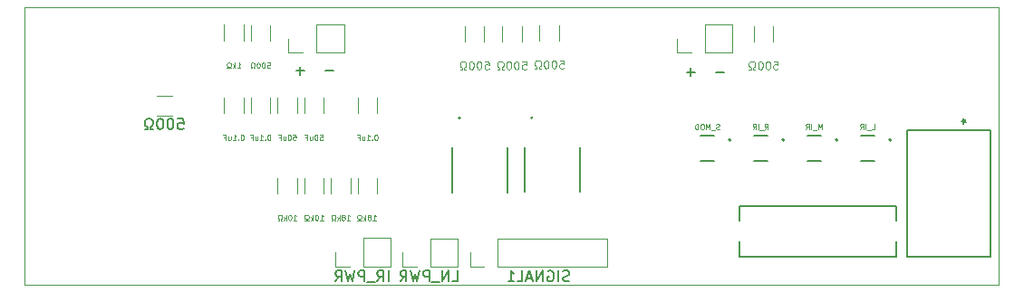
<source format=gbr>
%TF.GenerationSoftware,KiCad,Pcbnew,9.0.3*%
%TF.CreationDate,2025-10-02T05:42:34-04:00*%
%TF.ProjectId,Spii_v3,53706969-5f76-4332-9e6b-696361645f70,rev?*%
%TF.SameCoordinates,Original*%
%TF.FileFunction,Legend,Bot*%
%TF.FilePolarity,Positive*%
%FSLAX46Y46*%
G04 Gerber Fmt 4.6, Leading zero omitted, Abs format (unit mm)*
G04 Created by KiCad (PCBNEW 9.0.3) date 2025-10-02 05:42:34*
%MOMM*%
%LPD*%
G01*
G04 APERTURE LIST*
%ADD10C,0.150000*%
%ADD11C,0.100000*%
%ADD12C,0.120000*%
%ADD13C,0.152400*%
%ADD14C,0.127000*%
%ADD15C,0.200000*%
G04 APERTURE END LIST*
D10*
X196336779Y-126608866D02*
X197098684Y-126608866D01*
X196717731Y-126989819D02*
X196717731Y-126227914D01*
X199098684Y-126608866D02*
X199860589Y-126608866D01*
X159836779Y-126488866D02*
X160598684Y-126488866D01*
X160217731Y-126869819D02*
X160217731Y-126107914D01*
X162598684Y-126488866D02*
X163360589Y-126488866D01*
D11*
X134500000Y-120500000D02*
X225500000Y-120500000D01*
X225500000Y-146500000D01*
X134500000Y-146500000D01*
X134500000Y-120500000D01*
X157321427Y-132476109D02*
X157273808Y-132476109D01*
X157273808Y-132476109D02*
X157226189Y-132499919D01*
X157226189Y-132499919D02*
X157202379Y-132523728D01*
X157202379Y-132523728D02*
X157178570Y-132571347D01*
X157178570Y-132571347D02*
X157154760Y-132666585D01*
X157154760Y-132666585D02*
X157154760Y-132785633D01*
X157154760Y-132785633D02*
X157178570Y-132880871D01*
X157178570Y-132880871D02*
X157202379Y-132928490D01*
X157202379Y-132928490D02*
X157226189Y-132952300D01*
X157226189Y-132952300D02*
X157273808Y-132976109D01*
X157273808Y-132976109D02*
X157321427Y-132976109D01*
X157321427Y-132976109D02*
X157369046Y-132952300D01*
X157369046Y-132952300D02*
X157392855Y-132928490D01*
X157392855Y-132928490D02*
X157416665Y-132880871D01*
X157416665Y-132880871D02*
X157440474Y-132785633D01*
X157440474Y-132785633D02*
X157440474Y-132666585D01*
X157440474Y-132666585D02*
X157416665Y-132571347D01*
X157416665Y-132571347D02*
X157392855Y-132523728D01*
X157392855Y-132523728D02*
X157369046Y-132499919D01*
X157369046Y-132499919D02*
X157321427Y-132476109D01*
X156940475Y-132928490D02*
X156916665Y-132952300D01*
X156916665Y-132952300D02*
X156940475Y-132976109D01*
X156940475Y-132976109D02*
X156964284Y-132952300D01*
X156964284Y-132952300D02*
X156940475Y-132928490D01*
X156940475Y-132928490D02*
X156940475Y-132976109D01*
X156440475Y-132976109D02*
X156726189Y-132976109D01*
X156583332Y-132976109D02*
X156583332Y-132476109D01*
X156583332Y-132476109D02*
X156630951Y-132547538D01*
X156630951Y-132547538D02*
X156678570Y-132595157D01*
X156678570Y-132595157D02*
X156726189Y-132618966D01*
X156011904Y-132642776D02*
X156011904Y-132976109D01*
X156226190Y-132642776D02*
X156226190Y-132904680D01*
X156226190Y-132904680D02*
X156202380Y-132952300D01*
X156202380Y-132952300D02*
X156154761Y-132976109D01*
X156154761Y-132976109D02*
X156083333Y-132976109D01*
X156083333Y-132976109D02*
X156035714Y-132952300D01*
X156035714Y-132952300D02*
X156011904Y-132928490D01*
X155607142Y-132714204D02*
X155773809Y-132714204D01*
X155773809Y-132976109D02*
X155773809Y-132476109D01*
X155773809Y-132476109D02*
X155535714Y-132476109D01*
D10*
X148798214Y-130954819D02*
X149274404Y-130954819D01*
X149274404Y-130954819D02*
X149322023Y-131431009D01*
X149322023Y-131431009D02*
X149274404Y-131383390D01*
X149274404Y-131383390D02*
X149179166Y-131335771D01*
X149179166Y-131335771D02*
X148941071Y-131335771D01*
X148941071Y-131335771D02*
X148845833Y-131383390D01*
X148845833Y-131383390D02*
X148798214Y-131431009D01*
X148798214Y-131431009D02*
X148750595Y-131526247D01*
X148750595Y-131526247D02*
X148750595Y-131764342D01*
X148750595Y-131764342D02*
X148798214Y-131859580D01*
X148798214Y-131859580D02*
X148845833Y-131907200D01*
X148845833Y-131907200D02*
X148941071Y-131954819D01*
X148941071Y-131954819D02*
X149179166Y-131954819D01*
X149179166Y-131954819D02*
X149274404Y-131907200D01*
X149274404Y-131907200D02*
X149322023Y-131859580D01*
X148131547Y-130954819D02*
X148036309Y-130954819D01*
X148036309Y-130954819D02*
X147941071Y-131002438D01*
X147941071Y-131002438D02*
X147893452Y-131050057D01*
X147893452Y-131050057D02*
X147845833Y-131145295D01*
X147845833Y-131145295D02*
X147798214Y-131335771D01*
X147798214Y-131335771D02*
X147798214Y-131573866D01*
X147798214Y-131573866D02*
X147845833Y-131764342D01*
X147845833Y-131764342D02*
X147893452Y-131859580D01*
X147893452Y-131859580D02*
X147941071Y-131907200D01*
X147941071Y-131907200D02*
X148036309Y-131954819D01*
X148036309Y-131954819D02*
X148131547Y-131954819D01*
X148131547Y-131954819D02*
X148226785Y-131907200D01*
X148226785Y-131907200D02*
X148274404Y-131859580D01*
X148274404Y-131859580D02*
X148322023Y-131764342D01*
X148322023Y-131764342D02*
X148369642Y-131573866D01*
X148369642Y-131573866D02*
X148369642Y-131335771D01*
X148369642Y-131335771D02*
X148322023Y-131145295D01*
X148322023Y-131145295D02*
X148274404Y-131050057D01*
X148274404Y-131050057D02*
X148226785Y-131002438D01*
X148226785Y-131002438D02*
X148131547Y-130954819D01*
X147179166Y-130954819D02*
X147083928Y-130954819D01*
X147083928Y-130954819D02*
X146988690Y-131002438D01*
X146988690Y-131002438D02*
X146941071Y-131050057D01*
X146941071Y-131050057D02*
X146893452Y-131145295D01*
X146893452Y-131145295D02*
X146845833Y-131335771D01*
X146845833Y-131335771D02*
X146845833Y-131573866D01*
X146845833Y-131573866D02*
X146893452Y-131764342D01*
X146893452Y-131764342D02*
X146941071Y-131859580D01*
X146941071Y-131859580D02*
X146988690Y-131907200D01*
X146988690Y-131907200D02*
X147083928Y-131954819D01*
X147083928Y-131954819D02*
X147179166Y-131954819D01*
X147179166Y-131954819D02*
X147274404Y-131907200D01*
X147274404Y-131907200D02*
X147322023Y-131859580D01*
X147322023Y-131859580D02*
X147369642Y-131764342D01*
X147369642Y-131764342D02*
X147417261Y-131573866D01*
X147417261Y-131573866D02*
X147417261Y-131335771D01*
X147417261Y-131335771D02*
X147369642Y-131145295D01*
X147369642Y-131145295D02*
X147322023Y-131050057D01*
X147322023Y-131050057D02*
X147274404Y-131002438D01*
X147274404Y-131002438D02*
X147179166Y-130954819D01*
X146464880Y-131954819D02*
X146226785Y-131954819D01*
X146226785Y-131954819D02*
X146226785Y-131764342D01*
X146226785Y-131764342D02*
X146322023Y-131716723D01*
X146322023Y-131716723D02*
X146417261Y-131621485D01*
X146417261Y-131621485D02*
X146464880Y-131478628D01*
X146464880Y-131478628D02*
X146464880Y-131240533D01*
X146464880Y-131240533D02*
X146417261Y-131097676D01*
X146417261Y-131097676D02*
X146322023Y-131002438D01*
X146322023Y-131002438D02*
X146179166Y-130954819D01*
X146179166Y-130954819D02*
X145988690Y-130954819D01*
X145988690Y-130954819D02*
X145845833Y-131002438D01*
X145845833Y-131002438D02*
X145750595Y-131097676D01*
X145750595Y-131097676D02*
X145702976Y-131240533D01*
X145702976Y-131240533D02*
X145702976Y-131478628D01*
X145702976Y-131478628D02*
X145750595Y-131621485D01*
X145750595Y-131621485D02*
X145845833Y-131716723D01*
X145845833Y-131716723D02*
X145941071Y-131764342D01*
X145941071Y-131764342D02*
X145941071Y-131954819D01*
X145941071Y-131954819D02*
X145702976Y-131954819D01*
D11*
X154345237Y-126226109D02*
X154630951Y-126226109D01*
X154488094Y-126226109D02*
X154488094Y-125726109D01*
X154488094Y-125726109D02*
X154535713Y-125797538D01*
X154535713Y-125797538D02*
X154583332Y-125845157D01*
X154583332Y-125845157D02*
X154630951Y-125868966D01*
X154130952Y-126226109D02*
X154130952Y-125726109D01*
X154083333Y-126035633D02*
X153940476Y-126226109D01*
X153940476Y-125892776D02*
X154130952Y-126083252D01*
X153749999Y-126226109D02*
X153630952Y-126226109D01*
X153630952Y-126226109D02*
X153630952Y-126130871D01*
X153630952Y-126130871D02*
X153678571Y-126107061D01*
X153678571Y-126107061D02*
X153726190Y-126059442D01*
X153726190Y-126059442D02*
X153749999Y-125988014D01*
X153749999Y-125988014D02*
X153749999Y-125868966D01*
X153749999Y-125868966D02*
X153726190Y-125797538D01*
X153726190Y-125797538D02*
X153678571Y-125749919D01*
X153678571Y-125749919D02*
X153607142Y-125726109D01*
X153607142Y-125726109D02*
X153511904Y-125726109D01*
X153511904Y-125726109D02*
X153440476Y-125749919D01*
X153440476Y-125749919D02*
X153392857Y-125797538D01*
X153392857Y-125797538D02*
X153369047Y-125868966D01*
X153369047Y-125868966D02*
X153369047Y-125988014D01*
X153369047Y-125988014D02*
X153392857Y-126059442D01*
X153392857Y-126059442D02*
X153440476Y-126107061D01*
X153440476Y-126107061D02*
X153488095Y-126130871D01*
X153488095Y-126130871D02*
X153488095Y-126226109D01*
X153488095Y-126226109D02*
X153369047Y-126226109D01*
D10*
X168452380Y-146204819D02*
X168452380Y-145204819D01*
X167404762Y-146204819D02*
X167738095Y-145728628D01*
X167976190Y-146204819D02*
X167976190Y-145204819D01*
X167976190Y-145204819D02*
X167595238Y-145204819D01*
X167595238Y-145204819D02*
X167500000Y-145252438D01*
X167500000Y-145252438D02*
X167452381Y-145300057D01*
X167452381Y-145300057D02*
X167404762Y-145395295D01*
X167404762Y-145395295D02*
X167404762Y-145538152D01*
X167404762Y-145538152D02*
X167452381Y-145633390D01*
X167452381Y-145633390D02*
X167500000Y-145681009D01*
X167500000Y-145681009D02*
X167595238Y-145728628D01*
X167595238Y-145728628D02*
X167976190Y-145728628D01*
X167214286Y-146300057D02*
X166452381Y-146300057D01*
X166214285Y-146204819D02*
X166214285Y-145204819D01*
X166214285Y-145204819D02*
X165833333Y-145204819D01*
X165833333Y-145204819D02*
X165738095Y-145252438D01*
X165738095Y-145252438D02*
X165690476Y-145300057D01*
X165690476Y-145300057D02*
X165642857Y-145395295D01*
X165642857Y-145395295D02*
X165642857Y-145538152D01*
X165642857Y-145538152D02*
X165690476Y-145633390D01*
X165690476Y-145633390D02*
X165738095Y-145681009D01*
X165738095Y-145681009D02*
X165833333Y-145728628D01*
X165833333Y-145728628D02*
X166214285Y-145728628D01*
X165309523Y-145204819D02*
X165071428Y-146204819D01*
X165071428Y-146204819D02*
X164880952Y-145490533D01*
X164880952Y-145490533D02*
X164690476Y-146204819D01*
X164690476Y-146204819D02*
X164452381Y-145204819D01*
X163500000Y-146204819D02*
X163833333Y-145728628D01*
X164071428Y-146204819D02*
X164071428Y-145204819D01*
X164071428Y-145204819D02*
X163690476Y-145204819D01*
X163690476Y-145204819D02*
X163595238Y-145252438D01*
X163595238Y-145252438D02*
X163547619Y-145300057D01*
X163547619Y-145300057D02*
X163500000Y-145395295D01*
X163500000Y-145395295D02*
X163500000Y-145538152D01*
X163500000Y-145538152D02*
X163547619Y-145633390D01*
X163547619Y-145633390D02*
X163595238Y-145681009D01*
X163595238Y-145681009D02*
X163690476Y-145728628D01*
X163690476Y-145728628D02*
X164071428Y-145728628D01*
X185357142Y-146157200D02*
X185214285Y-146204819D01*
X185214285Y-146204819D02*
X184976190Y-146204819D01*
X184976190Y-146204819D02*
X184880952Y-146157200D01*
X184880952Y-146157200D02*
X184833333Y-146109580D01*
X184833333Y-146109580D02*
X184785714Y-146014342D01*
X184785714Y-146014342D02*
X184785714Y-145919104D01*
X184785714Y-145919104D02*
X184833333Y-145823866D01*
X184833333Y-145823866D02*
X184880952Y-145776247D01*
X184880952Y-145776247D02*
X184976190Y-145728628D01*
X184976190Y-145728628D02*
X185166666Y-145681009D01*
X185166666Y-145681009D02*
X185261904Y-145633390D01*
X185261904Y-145633390D02*
X185309523Y-145585771D01*
X185309523Y-145585771D02*
X185357142Y-145490533D01*
X185357142Y-145490533D02*
X185357142Y-145395295D01*
X185357142Y-145395295D02*
X185309523Y-145300057D01*
X185309523Y-145300057D02*
X185261904Y-145252438D01*
X185261904Y-145252438D02*
X185166666Y-145204819D01*
X185166666Y-145204819D02*
X184928571Y-145204819D01*
X184928571Y-145204819D02*
X184785714Y-145252438D01*
X184357142Y-146204819D02*
X184357142Y-145204819D01*
X183357143Y-145252438D02*
X183452381Y-145204819D01*
X183452381Y-145204819D02*
X183595238Y-145204819D01*
X183595238Y-145204819D02*
X183738095Y-145252438D01*
X183738095Y-145252438D02*
X183833333Y-145347676D01*
X183833333Y-145347676D02*
X183880952Y-145442914D01*
X183880952Y-145442914D02*
X183928571Y-145633390D01*
X183928571Y-145633390D02*
X183928571Y-145776247D01*
X183928571Y-145776247D02*
X183880952Y-145966723D01*
X183880952Y-145966723D02*
X183833333Y-146061961D01*
X183833333Y-146061961D02*
X183738095Y-146157200D01*
X183738095Y-146157200D02*
X183595238Y-146204819D01*
X183595238Y-146204819D02*
X183500000Y-146204819D01*
X183500000Y-146204819D02*
X183357143Y-146157200D01*
X183357143Y-146157200D02*
X183309524Y-146109580D01*
X183309524Y-146109580D02*
X183309524Y-145776247D01*
X183309524Y-145776247D02*
X183500000Y-145776247D01*
X182880952Y-146204819D02*
X182880952Y-145204819D01*
X182880952Y-145204819D02*
X182309524Y-146204819D01*
X182309524Y-146204819D02*
X182309524Y-145204819D01*
X181880952Y-145919104D02*
X181404762Y-145919104D01*
X181976190Y-146204819D02*
X181642857Y-145204819D01*
X181642857Y-145204819D02*
X181309524Y-146204819D01*
X180500000Y-146204819D02*
X180976190Y-146204819D01*
X180976190Y-146204819D02*
X180976190Y-145204819D01*
X179642857Y-146204819D02*
X180214285Y-146204819D01*
X179928571Y-146204819D02*
X179928571Y-145204819D01*
X179928571Y-145204819D02*
X180023809Y-145347676D01*
X180023809Y-145347676D02*
X180119047Y-145442914D01*
X180119047Y-145442914D02*
X180214285Y-145490533D01*
X174416666Y-146204819D02*
X174892856Y-146204819D01*
X174892856Y-146204819D02*
X174892856Y-145204819D01*
X174083332Y-146204819D02*
X174083332Y-145204819D01*
X174083332Y-145204819D02*
X173511904Y-146204819D01*
X173511904Y-146204819D02*
X173511904Y-145204819D01*
X173273809Y-146300057D02*
X172511904Y-146300057D01*
X172273808Y-146204819D02*
X172273808Y-145204819D01*
X172273808Y-145204819D02*
X171892856Y-145204819D01*
X171892856Y-145204819D02*
X171797618Y-145252438D01*
X171797618Y-145252438D02*
X171749999Y-145300057D01*
X171749999Y-145300057D02*
X171702380Y-145395295D01*
X171702380Y-145395295D02*
X171702380Y-145538152D01*
X171702380Y-145538152D02*
X171749999Y-145633390D01*
X171749999Y-145633390D02*
X171797618Y-145681009D01*
X171797618Y-145681009D02*
X171892856Y-145728628D01*
X171892856Y-145728628D02*
X172273808Y-145728628D01*
X171369046Y-145204819D02*
X171130951Y-146204819D01*
X171130951Y-146204819D02*
X170940475Y-145490533D01*
X170940475Y-145490533D02*
X170749999Y-146204819D01*
X170749999Y-146204819D02*
X170511904Y-145204819D01*
X169559523Y-146204819D02*
X169892856Y-145728628D01*
X170130951Y-146204819D02*
X170130951Y-145204819D01*
X170130951Y-145204819D02*
X169749999Y-145204819D01*
X169749999Y-145204819D02*
X169654761Y-145252438D01*
X169654761Y-145252438D02*
X169607142Y-145300057D01*
X169607142Y-145300057D02*
X169559523Y-145395295D01*
X169559523Y-145395295D02*
X169559523Y-145538152D01*
X169559523Y-145538152D02*
X169607142Y-145633390D01*
X169607142Y-145633390D02*
X169654761Y-145681009D01*
X169654761Y-145681009D02*
X169749999Y-145728628D01*
X169749999Y-145728628D02*
X170130951Y-145728628D01*
D11*
X159559523Y-132476109D02*
X159797618Y-132476109D01*
X159797618Y-132476109D02*
X159821427Y-132714204D01*
X159821427Y-132714204D02*
X159797618Y-132690395D01*
X159797618Y-132690395D02*
X159749999Y-132666585D01*
X159749999Y-132666585D02*
X159630951Y-132666585D01*
X159630951Y-132666585D02*
X159583332Y-132690395D01*
X159583332Y-132690395D02*
X159559523Y-132714204D01*
X159559523Y-132714204D02*
X159535713Y-132761823D01*
X159535713Y-132761823D02*
X159535713Y-132880871D01*
X159535713Y-132880871D02*
X159559523Y-132928490D01*
X159559523Y-132928490D02*
X159583332Y-132952300D01*
X159583332Y-132952300D02*
X159630951Y-132976109D01*
X159630951Y-132976109D02*
X159749999Y-132976109D01*
X159749999Y-132976109D02*
X159797618Y-132952300D01*
X159797618Y-132952300D02*
X159821427Y-132928490D01*
X159226190Y-132476109D02*
X159178571Y-132476109D01*
X159178571Y-132476109D02*
X159130952Y-132499919D01*
X159130952Y-132499919D02*
X159107142Y-132523728D01*
X159107142Y-132523728D02*
X159083333Y-132571347D01*
X159083333Y-132571347D02*
X159059523Y-132666585D01*
X159059523Y-132666585D02*
X159059523Y-132785633D01*
X159059523Y-132785633D02*
X159083333Y-132880871D01*
X159083333Y-132880871D02*
X159107142Y-132928490D01*
X159107142Y-132928490D02*
X159130952Y-132952300D01*
X159130952Y-132952300D02*
X159178571Y-132976109D01*
X159178571Y-132976109D02*
X159226190Y-132976109D01*
X159226190Y-132976109D02*
X159273809Y-132952300D01*
X159273809Y-132952300D02*
X159297618Y-132928490D01*
X159297618Y-132928490D02*
X159321428Y-132880871D01*
X159321428Y-132880871D02*
X159345237Y-132785633D01*
X159345237Y-132785633D02*
X159345237Y-132666585D01*
X159345237Y-132666585D02*
X159321428Y-132571347D01*
X159321428Y-132571347D02*
X159297618Y-132523728D01*
X159297618Y-132523728D02*
X159273809Y-132499919D01*
X159273809Y-132499919D02*
X159226190Y-132476109D01*
X158630952Y-132642776D02*
X158630952Y-132976109D01*
X158845238Y-132642776D02*
X158845238Y-132904680D01*
X158845238Y-132904680D02*
X158821428Y-132952300D01*
X158821428Y-132952300D02*
X158773809Y-132976109D01*
X158773809Y-132976109D02*
X158702381Y-132976109D01*
X158702381Y-132976109D02*
X158654762Y-132952300D01*
X158654762Y-132952300D02*
X158630952Y-132928490D01*
X158226190Y-132714204D02*
X158392857Y-132714204D01*
X158392857Y-132976109D02*
X158392857Y-132476109D01*
X158392857Y-132476109D02*
X158154762Y-132476109D01*
X208936190Y-131968109D02*
X208936190Y-131468109D01*
X208936190Y-131468109D02*
X208769523Y-131825252D01*
X208769523Y-131825252D02*
X208602857Y-131468109D01*
X208602857Y-131468109D02*
X208602857Y-131968109D01*
X208483809Y-132015728D02*
X208102856Y-132015728D01*
X207983809Y-131968109D02*
X207983809Y-131468109D01*
X207460000Y-131968109D02*
X207626666Y-131730014D01*
X207745714Y-131968109D02*
X207745714Y-131468109D01*
X207745714Y-131468109D02*
X207555238Y-131468109D01*
X207555238Y-131468109D02*
X207507619Y-131491919D01*
X207507619Y-131491919D02*
X207483809Y-131515728D01*
X207483809Y-131515728D02*
X207460000Y-131563347D01*
X207460000Y-131563347D02*
X207460000Y-131634776D01*
X207460000Y-131634776D02*
X207483809Y-131682395D01*
X207483809Y-131682395D02*
X207507619Y-131706204D01*
X207507619Y-131706204D02*
X207555238Y-131730014D01*
X207555238Y-131730014D02*
X207745714Y-131730014D01*
D10*
X221994819Y-131183999D02*
X222232914Y-131183999D01*
X222137676Y-130945904D02*
X222232914Y-131183999D01*
X222232914Y-131183999D02*
X222137676Y-131422094D01*
X222423390Y-131041142D02*
X222232914Y-131183999D01*
X222232914Y-131183999D02*
X222423390Y-131326856D01*
D11*
X203614761Y-131968109D02*
X203781427Y-131730014D01*
X203900475Y-131968109D02*
X203900475Y-131468109D01*
X203900475Y-131468109D02*
X203709999Y-131468109D01*
X203709999Y-131468109D02*
X203662380Y-131491919D01*
X203662380Y-131491919D02*
X203638570Y-131515728D01*
X203638570Y-131515728D02*
X203614761Y-131563347D01*
X203614761Y-131563347D02*
X203614761Y-131634776D01*
X203614761Y-131634776D02*
X203638570Y-131682395D01*
X203638570Y-131682395D02*
X203662380Y-131706204D01*
X203662380Y-131706204D02*
X203709999Y-131730014D01*
X203709999Y-131730014D02*
X203900475Y-131730014D01*
X203519523Y-132015728D02*
X203138570Y-132015728D01*
X203019523Y-131968109D02*
X203019523Y-131468109D01*
X202495714Y-131968109D02*
X202662380Y-131730014D01*
X202781428Y-131968109D02*
X202781428Y-131468109D01*
X202781428Y-131468109D02*
X202590952Y-131468109D01*
X202590952Y-131468109D02*
X202543333Y-131491919D01*
X202543333Y-131491919D02*
X202519523Y-131515728D01*
X202519523Y-131515728D02*
X202495714Y-131563347D01*
X202495714Y-131563347D02*
X202495714Y-131634776D01*
X202495714Y-131634776D02*
X202519523Y-131682395D01*
X202519523Y-131682395D02*
X202543333Y-131706204D01*
X202543333Y-131706204D02*
X202590952Y-131730014D01*
X202590952Y-131730014D02*
X202781428Y-131730014D01*
X162059523Y-132476109D02*
X162297618Y-132476109D01*
X162297618Y-132476109D02*
X162321427Y-132714204D01*
X162321427Y-132714204D02*
X162297618Y-132690395D01*
X162297618Y-132690395D02*
X162249999Y-132666585D01*
X162249999Y-132666585D02*
X162130951Y-132666585D01*
X162130951Y-132666585D02*
X162083332Y-132690395D01*
X162083332Y-132690395D02*
X162059523Y-132714204D01*
X162059523Y-132714204D02*
X162035713Y-132761823D01*
X162035713Y-132761823D02*
X162035713Y-132880871D01*
X162035713Y-132880871D02*
X162059523Y-132928490D01*
X162059523Y-132928490D02*
X162083332Y-132952300D01*
X162083332Y-132952300D02*
X162130951Y-132976109D01*
X162130951Y-132976109D02*
X162249999Y-132976109D01*
X162249999Y-132976109D02*
X162297618Y-132952300D01*
X162297618Y-132952300D02*
X162321427Y-132928490D01*
X161726190Y-132476109D02*
X161678571Y-132476109D01*
X161678571Y-132476109D02*
X161630952Y-132499919D01*
X161630952Y-132499919D02*
X161607142Y-132523728D01*
X161607142Y-132523728D02*
X161583333Y-132571347D01*
X161583333Y-132571347D02*
X161559523Y-132666585D01*
X161559523Y-132666585D02*
X161559523Y-132785633D01*
X161559523Y-132785633D02*
X161583333Y-132880871D01*
X161583333Y-132880871D02*
X161607142Y-132928490D01*
X161607142Y-132928490D02*
X161630952Y-132952300D01*
X161630952Y-132952300D02*
X161678571Y-132976109D01*
X161678571Y-132976109D02*
X161726190Y-132976109D01*
X161726190Y-132976109D02*
X161773809Y-132952300D01*
X161773809Y-132952300D02*
X161797618Y-132928490D01*
X161797618Y-132928490D02*
X161821428Y-132880871D01*
X161821428Y-132880871D02*
X161845237Y-132785633D01*
X161845237Y-132785633D02*
X161845237Y-132666585D01*
X161845237Y-132666585D02*
X161821428Y-132571347D01*
X161821428Y-132571347D02*
X161797618Y-132523728D01*
X161797618Y-132523728D02*
X161773809Y-132499919D01*
X161773809Y-132499919D02*
X161726190Y-132476109D01*
X161130952Y-132642776D02*
X161130952Y-132976109D01*
X161345238Y-132642776D02*
X161345238Y-132904680D01*
X161345238Y-132904680D02*
X161321428Y-132952300D01*
X161321428Y-132952300D02*
X161273809Y-132976109D01*
X161273809Y-132976109D02*
X161202381Y-132976109D01*
X161202381Y-132976109D02*
X161154762Y-132952300D01*
X161154762Y-132952300D02*
X161130952Y-132928490D01*
X160726190Y-132714204D02*
X160892857Y-132714204D01*
X160892857Y-132976109D02*
X160892857Y-132476109D01*
X160892857Y-132476109D02*
X160654762Y-132476109D01*
X213614761Y-131968109D02*
X213852856Y-131968109D01*
X213852856Y-131968109D02*
X213852856Y-131468109D01*
X213567142Y-132015728D02*
X213186189Y-132015728D01*
X213067142Y-131968109D02*
X213067142Y-131468109D01*
X212543333Y-131968109D02*
X212709999Y-131730014D01*
X212829047Y-131968109D02*
X212829047Y-131468109D01*
X212829047Y-131468109D02*
X212638571Y-131468109D01*
X212638571Y-131468109D02*
X212590952Y-131491919D01*
X212590952Y-131491919D02*
X212567142Y-131515728D01*
X212567142Y-131515728D02*
X212543333Y-131563347D01*
X212543333Y-131563347D02*
X212543333Y-131634776D01*
X212543333Y-131634776D02*
X212567142Y-131682395D01*
X212567142Y-131682395D02*
X212590952Y-131706204D01*
X212590952Y-131706204D02*
X212638571Y-131730014D01*
X212638571Y-131730014D02*
X212829047Y-131730014D01*
X199380951Y-131952300D02*
X199309523Y-131976109D01*
X199309523Y-131976109D02*
X199190475Y-131976109D01*
X199190475Y-131976109D02*
X199142856Y-131952300D01*
X199142856Y-131952300D02*
X199119047Y-131928490D01*
X199119047Y-131928490D02*
X199095237Y-131880871D01*
X199095237Y-131880871D02*
X199095237Y-131833252D01*
X199095237Y-131833252D02*
X199119047Y-131785633D01*
X199119047Y-131785633D02*
X199142856Y-131761823D01*
X199142856Y-131761823D02*
X199190475Y-131738014D01*
X199190475Y-131738014D02*
X199285713Y-131714204D01*
X199285713Y-131714204D02*
X199333332Y-131690395D01*
X199333332Y-131690395D02*
X199357142Y-131666585D01*
X199357142Y-131666585D02*
X199380951Y-131618966D01*
X199380951Y-131618966D02*
X199380951Y-131571347D01*
X199380951Y-131571347D02*
X199357142Y-131523728D01*
X199357142Y-131523728D02*
X199333332Y-131499919D01*
X199333332Y-131499919D02*
X199285713Y-131476109D01*
X199285713Y-131476109D02*
X199166666Y-131476109D01*
X199166666Y-131476109D02*
X199095237Y-131499919D01*
X199000000Y-132023728D02*
X198619047Y-132023728D01*
X198500000Y-131976109D02*
X198500000Y-131476109D01*
X198500000Y-131476109D02*
X198333333Y-131833252D01*
X198333333Y-131833252D02*
X198166667Y-131476109D01*
X198166667Y-131476109D02*
X198166667Y-131976109D01*
X197833333Y-131476109D02*
X197738095Y-131476109D01*
X197738095Y-131476109D02*
X197690476Y-131499919D01*
X197690476Y-131499919D02*
X197642857Y-131547538D01*
X197642857Y-131547538D02*
X197619047Y-131642776D01*
X197619047Y-131642776D02*
X197619047Y-131809442D01*
X197619047Y-131809442D02*
X197642857Y-131904680D01*
X197642857Y-131904680D02*
X197690476Y-131952300D01*
X197690476Y-131952300D02*
X197738095Y-131976109D01*
X197738095Y-131976109D02*
X197833333Y-131976109D01*
X197833333Y-131976109D02*
X197880952Y-131952300D01*
X197880952Y-131952300D02*
X197928571Y-131904680D01*
X197928571Y-131904680D02*
X197952380Y-131809442D01*
X197952380Y-131809442D02*
X197952380Y-131642776D01*
X197952380Y-131642776D02*
X197928571Y-131547538D01*
X197928571Y-131547538D02*
X197880952Y-131499919D01*
X197880952Y-131499919D02*
X197833333Y-131476109D01*
X197404761Y-131976109D02*
X197404761Y-131476109D01*
X197404761Y-131476109D02*
X197285713Y-131476109D01*
X197285713Y-131476109D02*
X197214285Y-131499919D01*
X197214285Y-131499919D02*
X197166666Y-131547538D01*
X197166666Y-131547538D02*
X197142856Y-131595157D01*
X197142856Y-131595157D02*
X197119047Y-131690395D01*
X197119047Y-131690395D02*
X197119047Y-131761823D01*
X197119047Y-131761823D02*
X197142856Y-131857061D01*
X197142856Y-131857061D02*
X197166666Y-131904680D01*
X197166666Y-131904680D02*
X197214285Y-131952300D01*
X197214285Y-131952300D02*
X197285713Y-131976109D01*
X197285713Y-131976109D02*
X197404761Y-131976109D01*
X167321427Y-132476109D02*
X167273808Y-132476109D01*
X167273808Y-132476109D02*
X167226189Y-132499919D01*
X167226189Y-132499919D02*
X167202379Y-132523728D01*
X167202379Y-132523728D02*
X167178570Y-132571347D01*
X167178570Y-132571347D02*
X167154760Y-132666585D01*
X167154760Y-132666585D02*
X167154760Y-132785633D01*
X167154760Y-132785633D02*
X167178570Y-132880871D01*
X167178570Y-132880871D02*
X167202379Y-132928490D01*
X167202379Y-132928490D02*
X167226189Y-132952300D01*
X167226189Y-132952300D02*
X167273808Y-132976109D01*
X167273808Y-132976109D02*
X167321427Y-132976109D01*
X167321427Y-132976109D02*
X167369046Y-132952300D01*
X167369046Y-132952300D02*
X167392855Y-132928490D01*
X167392855Y-132928490D02*
X167416665Y-132880871D01*
X167416665Y-132880871D02*
X167440474Y-132785633D01*
X167440474Y-132785633D02*
X167440474Y-132666585D01*
X167440474Y-132666585D02*
X167416665Y-132571347D01*
X167416665Y-132571347D02*
X167392855Y-132523728D01*
X167392855Y-132523728D02*
X167369046Y-132499919D01*
X167369046Y-132499919D02*
X167321427Y-132476109D01*
X166940475Y-132928490D02*
X166916665Y-132952300D01*
X166916665Y-132952300D02*
X166940475Y-132976109D01*
X166940475Y-132976109D02*
X166964284Y-132952300D01*
X166964284Y-132952300D02*
X166940475Y-132928490D01*
X166940475Y-132928490D02*
X166940475Y-132976109D01*
X166440475Y-132976109D02*
X166726189Y-132976109D01*
X166583332Y-132976109D02*
X166583332Y-132476109D01*
X166583332Y-132476109D02*
X166630951Y-132547538D01*
X166630951Y-132547538D02*
X166678570Y-132595157D01*
X166678570Y-132595157D02*
X166726189Y-132618966D01*
X166011904Y-132642776D02*
X166011904Y-132976109D01*
X166226190Y-132642776D02*
X166226190Y-132904680D01*
X166226190Y-132904680D02*
X166202380Y-132952300D01*
X166202380Y-132952300D02*
X166154761Y-132976109D01*
X166154761Y-132976109D02*
X166083333Y-132976109D01*
X166083333Y-132976109D02*
X166035714Y-132952300D01*
X166035714Y-132952300D02*
X166011904Y-132928490D01*
X165607142Y-132714204D02*
X165773809Y-132714204D01*
X165773809Y-132976109D02*
X165773809Y-132476109D01*
X165773809Y-132476109D02*
X165535714Y-132476109D01*
X162083332Y-140476109D02*
X162369046Y-140476109D01*
X162226189Y-140476109D02*
X162226189Y-139976109D01*
X162226189Y-139976109D02*
X162273808Y-140047538D01*
X162273808Y-140047538D02*
X162321427Y-140095157D01*
X162321427Y-140095157D02*
X162369046Y-140118966D01*
X161773809Y-139976109D02*
X161726190Y-139976109D01*
X161726190Y-139976109D02*
X161678571Y-139999919D01*
X161678571Y-139999919D02*
X161654761Y-140023728D01*
X161654761Y-140023728D02*
X161630952Y-140071347D01*
X161630952Y-140071347D02*
X161607142Y-140166585D01*
X161607142Y-140166585D02*
X161607142Y-140285633D01*
X161607142Y-140285633D02*
X161630952Y-140380871D01*
X161630952Y-140380871D02*
X161654761Y-140428490D01*
X161654761Y-140428490D02*
X161678571Y-140452300D01*
X161678571Y-140452300D02*
X161726190Y-140476109D01*
X161726190Y-140476109D02*
X161773809Y-140476109D01*
X161773809Y-140476109D02*
X161821428Y-140452300D01*
X161821428Y-140452300D02*
X161845237Y-140428490D01*
X161845237Y-140428490D02*
X161869047Y-140380871D01*
X161869047Y-140380871D02*
X161892856Y-140285633D01*
X161892856Y-140285633D02*
X161892856Y-140166585D01*
X161892856Y-140166585D02*
X161869047Y-140071347D01*
X161869047Y-140071347D02*
X161845237Y-140023728D01*
X161845237Y-140023728D02*
X161821428Y-139999919D01*
X161821428Y-139999919D02*
X161773809Y-139976109D01*
X161392857Y-140476109D02*
X161392857Y-139976109D01*
X161345238Y-140285633D02*
X161202381Y-140476109D01*
X161202381Y-140142776D02*
X161392857Y-140333252D01*
X161011904Y-140476109D02*
X160892857Y-140476109D01*
X160892857Y-140476109D02*
X160892857Y-140380871D01*
X160892857Y-140380871D02*
X160940476Y-140357061D01*
X160940476Y-140357061D02*
X160988095Y-140309442D01*
X160988095Y-140309442D02*
X161011904Y-140238014D01*
X161011904Y-140238014D02*
X161011904Y-140118966D01*
X161011904Y-140118966D02*
X160988095Y-140047538D01*
X160988095Y-140047538D02*
X160940476Y-139999919D01*
X160940476Y-139999919D02*
X160869047Y-139976109D01*
X160869047Y-139976109D02*
X160773809Y-139976109D01*
X160773809Y-139976109D02*
X160702381Y-139999919D01*
X160702381Y-139999919D02*
X160654762Y-140047538D01*
X160654762Y-140047538D02*
X160630952Y-140118966D01*
X160630952Y-140118966D02*
X160630952Y-140238014D01*
X160630952Y-140238014D02*
X160654762Y-140309442D01*
X160654762Y-140309442D02*
X160702381Y-140357061D01*
X160702381Y-140357061D02*
X160750000Y-140380871D01*
X160750000Y-140380871D02*
X160750000Y-140476109D01*
X160750000Y-140476109D02*
X160630952Y-140476109D01*
X159583332Y-140476109D02*
X159869046Y-140476109D01*
X159726189Y-140476109D02*
X159726189Y-139976109D01*
X159726189Y-139976109D02*
X159773808Y-140047538D01*
X159773808Y-140047538D02*
X159821427Y-140095157D01*
X159821427Y-140095157D02*
X159869046Y-140118966D01*
X159273809Y-139976109D02*
X159226190Y-139976109D01*
X159226190Y-139976109D02*
X159178571Y-139999919D01*
X159178571Y-139999919D02*
X159154761Y-140023728D01*
X159154761Y-140023728D02*
X159130952Y-140071347D01*
X159130952Y-140071347D02*
X159107142Y-140166585D01*
X159107142Y-140166585D02*
X159107142Y-140285633D01*
X159107142Y-140285633D02*
X159130952Y-140380871D01*
X159130952Y-140380871D02*
X159154761Y-140428490D01*
X159154761Y-140428490D02*
X159178571Y-140452300D01*
X159178571Y-140452300D02*
X159226190Y-140476109D01*
X159226190Y-140476109D02*
X159273809Y-140476109D01*
X159273809Y-140476109D02*
X159321428Y-140452300D01*
X159321428Y-140452300D02*
X159345237Y-140428490D01*
X159345237Y-140428490D02*
X159369047Y-140380871D01*
X159369047Y-140380871D02*
X159392856Y-140285633D01*
X159392856Y-140285633D02*
X159392856Y-140166585D01*
X159392856Y-140166585D02*
X159369047Y-140071347D01*
X159369047Y-140071347D02*
X159345237Y-140023728D01*
X159345237Y-140023728D02*
X159321428Y-139999919D01*
X159321428Y-139999919D02*
X159273809Y-139976109D01*
X158892857Y-140476109D02*
X158892857Y-139976109D01*
X158845238Y-140285633D02*
X158702381Y-140476109D01*
X158702381Y-140142776D02*
X158892857Y-140333252D01*
X158511904Y-140476109D02*
X158392857Y-140476109D01*
X158392857Y-140476109D02*
X158392857Y-140380871D01*
X158392857Y-140380871D02*
X158440476Y-140357061D01*
X158440476Y-140357061D02*
X158488095Y-140309442D01*
X158488095Y-140309442D02*
X158511904Y-140238014D01*
X158511904Y-140238014D02*
X158511904Y-140118966D01*
X158511904Y-140118966D02*
X158488095Y-140047538D01*
X158488095Y-140047538D02*
X158440476Y-139999919D01*
X158440476Y-139999919D02*
X158369047Y-139976109D01*
X158369047Y-139976109D02*
X158273809Y-139976109D01*
X158273809Y-139976109D02*
X158202381Y-139999919D01*
X158202381Y-139999919D02*
X158154762Y-140047538D01*
X158154762Y-140047538D02*
X158130952Y-140118966D01*
X158130952Y-140118966D02*
X158130952Y-140238014D01*
X158130952Y-140238014D02*
X158154762Y-140309442D01*
X158154762Y-140309442D02*
X158202381Y-140357061D01*
X158202381Y-140357061D02*
X158250000Y-140380871D01*
X158250000Y-140380871D02*
X158250000Y-140476109D01*
X158250000Y-140476109D02*
X158130952Y-140476109D01*
X204464285Y-125591764D02*
X204821428Y-125591764D01*
X204821428Y-125591764D02*
X204857142Y-125948907D01*
X204857142Y-125948907D02*
X204821428Y-125913192D01*
X204821428Y-125913192D02*
X204750000Y-125877478D01*
X204750000Y-125877478D02*
X204571428Y-125877478D01*
X204571428Y-125877478D02*
X204500000Y-125913192D01*
X204500000Y-125913192D02*
X204464285Y-125948907D01*
X204464285Y-125948907D02*
X204428571Y-126020335D01*
X204428571Y-126020335D02*
X204428571Y-126198907D01*
X204428571Y-126198907D02*
X204464285Y-126270335D01*
X204464285Y-126270335D02*
X204500000Y-126306050D01*
X204500000Y-126306050D02*
X204571428Y-126341764D01*
X204571428Y-126341764D02*
X204750000Y-126341764D01*
X204750000Y-126341764D02*
X204821428Y-126306050D01*
X204821428Y-126306050D02*
X204857142Y-126270335D01*
X203964285Y-125591764D02*
X203892856Y-125591764D01*
X203892856Y-125591764D02*
X203821428Y-125627478D01*
X203821428Y-125627478D02*
X203785714Y-125663192D01*
X203785714Y-125663192D02*
X203749999Y-125734621D01*
X203749999Y-125734621D02*
X203714285Y-125877478D01*
X203714285Y-125877478D02*
X203714285Y-126056050D01*
X203714285Y-126056050D02*
X203749999Y-126198907D01*
X203749999Y-126198907D02*
X203785714Y-126270335D01*
X203785714Y-126270335D02*
X203821428Y-126306050D01*
X203821428Y-126306050D02*
X203892856Y-126341764D01*
X203892856Y-126341764D02*
X203964285Y-126341764D01*
X203964285Y-126341764D02*
X204035714Y-126306050D01*
X204035714Y-126306050D02*
X204071428Y-126270335D01*
X204071428Y-126270335D02*
X204107142Y-126198907D01*
X204107142Y-126198907D02*
X204142856Y-126056050D01*
X204142856Y-126056050D02*
X204142856Y-125877478D01*
X204142856Y-125877478D02*
X204107142Y-125734621D01*
X204107142Y-125734621D02*
X204071428Y-125663192D01*
X204071428Y-125663192D02*
X204035714Y-125627478D01*
X204035714Y-125627478D02*
X203964285Y-125591764D01*
X203249999Y-125591764D02*
X203178570Y-125591764D01*
X203178570Y-125591764D02*
X203107142Y-125627478D01*
X203107142Y-125627478D02*
X203071428Y-125663192D01*
X203071428Y-125663192D02*
X203035713Y-125734621D01*
X203035713Y-125734621D02*
X202999999Y-125877478D01*
X202999999Y-125877478D02*
X202999999Y-126056050D01*
X202999999Y-126056050D02*
X203035713Y-126198907D01*
X203035713Y-126198907D02*
X203071428Y-126270335D01*
X203071428Y-126270335D02*
X203107142Y-126306050D01*
X203107142Y-126306050D02*
X203178570Y-126341764D01*
X203178570Y-126341764D02*
X203249999Y-126341764D01*
X203249999Y-126341764D02*
X203321428Y-126306050D01*
X203321428Y-126306050D02*
X203357142Y-126270335D01*
X203357142Y-126270335D02*
X203392856Y-126198907D01*
X203392856Y-126198907D02*
X203428570Y-126056050D01*
X203428570Y-126056050D02*
X203428570Y-125877478D01*
X203428570Y-125877478D02*
X203392856Y-125734621D01*
X203392856Y-125734621D02*
X203357142Y-125663192D01*
X203357142Y-125663192D02*
X203321428Y-125627478D01*
X203321428Y-125627478D02*
X203249999Y-125591764D01*
X202714284Y-126341764D02*
X202535713Y-126341764D01*
X202535713Y-126341764D02*
X202535713Y-126198907D01*
X202535713Y-126198907D02*
X202607142Y-126163192D01*
X202607142Y-126163192D02*
X202678570Y-126091764D01*
X202678570Y-126091764D02*
X202714284Y-125984621D01*
X202714284Y-125984621D02*
X202714284Y-125806050D01*
X202714284Y-125806050D02*
X202678570Y-125698907D01*
X202678570Y-125698907D02*
X202607142Y-125627478D01*
X202607142Y-125627478D02*
X202499999Y-125591764D01*
X202499999Y-125591764D02*
X202357142Y-125591764D01*
X202357142Y-125591764D02*
X202249999Y-125627478D01*
X202249999Y-125627478D02*
X202178570Y-125698907D01*
X202178570Y-125698907D02*
X202142856Y-125806050D01*
X202142856Y-125806050D02*
X202142856Y-125984621D01*
X202142856Y-125984621D02*
X202178570Y-126091764D01*
X202178570Y-126091764D02*
X202249999Y-126163192D01*
X202249999Y-126163192D02*
X202321427Y-126198907D01*
X202321427Y-126198907D02*
X202321427Y-126341764D01*
X202321427Y-126341764D02*
X202142856Y-126341764D01*
X184464285Y-125504264D02*
X184821428Y-125504264D01*
X184821428Y-125504264D02*
X184857142Y-125861407D01*
X184857142Y-125861407D02*
X184821428Y-125825692D01*
X184821428Y-125825692D02*
X184750000Y-125789978D01*
X184750000Y-125789978D02*
X184571428Y-125789978D01*
X184571428Y-125789978D02*
X184500000Y-125825692D01*
X184500000Y-125825692D02*
X184464285Y-125861407D01*
X184464285Y-125861407D02*
X184428571Y-125932835D01*
X184428571Y-125932835D02*
X184428571Y-126111407D01*
X184428571Y-126111407D02*
X184464285Y-126182835D01*
X184464285Y-126182835D02*
X184500000Y-126218550D01*
X184500000Y-126218550D02*
X184571428Y-126254264D01*
X184571428Y-126254264D02*
X184750000Y-126254264D01*
X184750000Y-126254264D02*
X184821428Y-126218550D01*
X184821428Y-126218550D02*
X184857142Y-126182835D01*
X183964285Y-125504264D02*
X183892856Y-125504264D01*
X183892856Y-125504264D02*
X183821428Y-125539978D01*
X183821428Y-125539978D02*
X183785714Y-125575692D01*
X183785714Y-125575692D02*
X183749999Y-125647121D01*
X183749999Y-125647121D02*
X183714285Y-125789978D01*
X183714285Y-125789978D02*
X183714285Y-125968550D01*
X183714285Y-125968550D02*
X183749999Y-126111407D01*
X183749999Y-126111407D02*
X183785714Y-126182835D01*
X183785714Y-126182835D02*
X183821428Y-126218550D01*
X183821428Y-126218550D02*
X183892856Y-126254264D01*
X183892856Y-126254264D02*
X183964285Y-126254264D01*
X183964285Y-126254264D02*
X184035714Y-126218550D01*
X184035714Y-126218550D02*
X184071428Y-126182835D01*
X184071428Y-126182835D02*
X184107142Y-126111407D01*
X184107142Y-126111407D02*
X184142856Y-125968550D01*
X184142856Y-125968550D02*
X184142856Y-125789978D01*
X184142856Y-125789978D02*
X184107142Y-125647121D01*
X184107142Y-125647121D02*
X184071428Y-125575692D01*
X184071428Y-125575692D02*
X184035714Y-125539978D01*
X184035714Y-125539978D02*
X183964285Y-125504264D01*
X183249999Y-125504264D02*
X183178570Y-125504264D01*
X183178570Y-125504264D02*
X183107142Y-125539978D01*
X183107142Y-125539978D02*
X183071428Y-125575692D01*
X183071428Y-125575692D02*
X183035713Y-125647121D01*
X183035713Y-125647121D02*
X182999999Y-125789978D01*
X182999999Y-125789978D02*
X182999999Y-125968550D01*
X182999999Y-125968550D02*
X183035713Y-126111407D01*
X183035713Y-126111407D02*
X183071428Y-126182835D01*
X183071428Y-126182835D02*
X183107142Y-126218550D01*
X183107142Y-126218550D02*
X183178570Y-126254264D01*
X183178570Y-126254264D02*
X183249999Y-126254264D01*
X183249999Y-126254264D02*
X183321428Y-126218550D01*
X183321428Y-126218550D02*
X183357142Y-126182835D01*
X183357142Y-126182835D02*
X183392856Y-126111407D01*
X183392856Y-126111407D02*
X183428570Y-125968550D01*
X183428570Y-125968550D02*
X183428570Y-125789978D01*
X183428570Y-125789978D02*
X183392856Y-125647121D01*
X183392856Y-125647121D02*
X183357142Y-125575692D01*
X183357142Y-125575692D02*
X183321428Y-125539978D01*
X183321428Y-125539978D02*
X183249999Y-125504264D01*
X182714284Y-126254264D02*
X182535713Y-126254264D01*
X182535713Y-126254264D02*
X182535713Y-126111407D01*
X182535713Y-126111407D02*
X182607142Y-126075692D01*
X182607142Y-126075692D02*
X182678570Y-126004264D01*
X182678570Y-126004264D02*
X182714284Y-125897121D01*
X182714284Y-125897121D02*
X182714284Y-125718550D01*
X182714284Y-125718550D02*
X182678570Y-125611407D01*
X182678570Y-125611407D02*
X182607142Y-125539978D01*
X182607142Y-125539978D02*
X182499999Y-125504264D01*
X182499999Y-125504264D02*
X182357142Y-125504264D01*
X182357142Y-125504264D02*
X182249999Y-125539978D01*
X182249999Y-125539978D02*
X182178570Y-125611407D01*
X182178570Y-125611407D02*
X182142856Y-125718550D01*
X182142856Y-125718550D02*
X182142856Y-125897121D01*
X182142856Y-125897121D02*
X182178570Y-126004264D01*
X182178570Y-126004264D02*
X182249999Y-126075692D01*
X182249999Y-126075692D02*
X182321427Y-126111407D01*
X182321427Y-126111407D02*
X182321427Y-126254264D01*
X182321427Y-126254264D02*
X182142856Y-126254264D01*
X180964285Y-125591764D02*
X181321428Y-125591764D01*
X181321428Y-125591764D02*
X181357142Y-125948907D01*
X181357142Y-125948907D02*
X181321428Y-125913192D01*
X181321428Y-125913192D02*
X181250000Y-125877478D01*
X181250000Y-125877478D02*
X181071428Y-125877478D01*
X181071428Y-125877478D02*
X181000000Y-125913192D01*
X181000000Y-125913192D02*
X180964285Y-125948907D01*
X180964285Y-125948907D02*
X180928571Y-126020335D01*
X180928571Y-126020335D02*
X180928571Y-126198907D01*
X180928571Y-126198907D02*
X180964285Y-126270335D01*
X180964285Y-126270335D02*
X181000000Y-126306050D01*
X181000000Y-126306050D02*
X181071428Y-126341764D01*
X181071428Y-126341764D02*
X181250000Y-126341764D01*
X181250000Y-126341764D02*
X181321428Y-126306050D01*
X181321428Y-126306050D02*
X181357142Y-126270335D01*
X180464285Y-125591764D02*
X180392856Y-125591764D01*
X180392856Y-125591764D02*
X180321428Y-125627478D01*
X180321428Y-125627478D02*
X180285714Y-125663192D01*
X180285714Y-125663192D02*
X180249999Y-125734621D01*
X180249999Y-125734621D02*
X180214285Y-125877478D01*
X180214285Y-125877478D02*
X180214285Y-126056050D01*
X180214285Y-126056050D02*
X180249999Y-126198907D01*
X180249999Y-126198907D02*
X180285714Y-126270335D01*
X180285714Y-126270335D02*
X180321428Y-126306050D01*
X180321428Y-126306050D02*
X180392856Y-126341764D01*
X180392856Y-126341764D02*
X180464285Y-126341764D01*
X180464285Y-126341764D02*
X180535714Y-126306050D01*
X180535714Y-126306050D02*
X180571428Y-126270335D01*
X180571428Y-126270335D02*
X180607142Y-126198907D01*
X180607142Y-126198907D02*
X180642856Y-126056050D01*
X180642856Y-126056050D02*
X180642856Y-125877478D01*
X180642856Y-125877478D02*
X180607142Y-125734621D01*
X180607142Y-125734621D02*
X180571428Y-125663192D01*
X180571428Y-125663192D02*
X180535714Y-125627478D01*
X180535714Y-125627478D02*
X180464285Y-125591764D01*
X179749999Y-125591764D02*
X179678570Y-125591764D01*
X179678570Y-125591764D02*
X179607142Y-125627478D01*
X179607142Y-125627478D02*
X179571428Y-125663192D01*
X179571428Y-125663192D02*
X179535713Y-125734621D01*
X179535713Y-125734621D02*
X179499999Y-125877478D01*
X179499999Y-125877478D02*
X179499999Y-126056050D01*
X179499999Y-126056050D02*
X179535713Y-126198907D01*
X179535713Y-126198907D02*
X179571428Y-126270335D01*
X179571428Y-126270335D02*
X179607142Y-126306050D01*
X179607142Y-126306050D02*
X179678570Y-126341764D01*
X179678570Y-126341764D02*
X179749999Y-126341764D01*
X179749999Y-126341764D02*
X179821428Y-126306050D01*
X179821428Y-126306050D02*
X179857142Y-126270335D01*
X179857142Y-126270335D02*
X179892856Y-126198907D01*
X179892856Y-126198907D02*
X179928570Y-126056050D01*
X179928570Y-126056050D02*
X179928570Y-125877478D01*
X179928570Y-125877478D02*
X179892856Y-125734621D01*
X179892856Y-125734621D02*
X179857142Y-125663192D01*
X179857142Y-125663192D02*
X179821428Y-125627478D01*
X179821428Y-125627478D02*
X179749999Y-125591764D01*
X179214284Y-126341764D02*
X179035713Y-126341764D01*
X179035713Y-126341764D02*
X179035713Y-126198907D01*
X179035713Y-126198907D02*
X179107142Y-126163192D01*
X179107142Y-126163192D02*
X179178570Y-126091764D01*
X179178570Y-126091764D02*
X179214284Y-125984621D01*
X179214284Y-125984621D02*
X179214284Y-125806050D01*
X179214284Y-125806050D02*
X179178570Y-125698907D01*
X179178570Y-125698907D02*
X179107142Y-125627478D01*
X179107142Y-125627478D02*
X178999999Y-125591764D01*
X178999999Y-125591764D02*
X178857142Y-125591764D01*
X178857142Y-125591764D02*
X178749999Y-125627478D01*
X178749999Y-125627478D02*
X178678570Y-125698907D01*
X178678570Y-125698907D02*
X178642856Y-125806050D01*
X178642856Y-125806050D02*
X178642856Y-125984621D01*
X178642856Y-125984621D02*
X178678570Y-126091764D01*
X178678570Y-126091764D02*
X178749999Y-126163192D01*
X178749999Y-126163192D02*
X178821427Y-126198907D01*
X178821427Y-126198907D02*
X178821427Y-126341764D01*
X178821427Y-126341764D02*
X178642856Y-126341764D01*
X177464285Y-125591764D02*
X177821428Y-125591764D01*
X177821428Y-125591764D02*
X177857142Y-125948907D01*
X177857142Y-125948907D02*
X177821428Y-125913192D01*
X177821428Y-125913192D02*
X177750000Y-125877478D01*
X177750000Y-125877478D02*
X177571428Y-125877478D01*
X177571428Y-125877478D02*
X177500000Y-125913192D01*
X177500000Y-125913192D02*
X177464285Y-125948907D01*
X177464285Y-125948907D02*
X177428571Y-126020335D01*
X177428571Y-126020335D02*
X177428571Y-126198907D01*
X177428571Y-126198907D02*
X177464285Y-126270335D01*
X177464285Y-126270335D02*
X177500000Y-126306050D01*
X177500000Y-126306050D02*
X177571428Y-126341764D01*
X177571428Y-126341764D02*
X177750000Y-126341764D01*
X177750000Y-126341764D02*
X177821428Y-126306050D01*
X177821428Y-126306050D02*
X177857142Y-126270335D01*
X176964285Y-125591764D02*
X176892856Y-125591764D01*
X176892856Y-125591764D02*
X176821428Y-125627478D01*
X176821428Y-125627478D02*
X176785714Y-125663192D01*
X176785714Y-125663192D02*
X176749999Y-125734621D01*
X176749999Y-125734621D02*
X176714285Y-125877478D01*
X176714285Y-125877478D02*
X176714285Y-126056050D01*
X176714285Y-126056050D02*
X176749999Y-126198907D01*
X176749999Y-126198907D02*
X176785714Y-126270335D01*
X176785714Y-126270335D02*
X176821428Y-126306050D01*
X176821428Y-126306050D02*
X176892856Y-126341764D01*
X176892856Y-126341764D02*
X176964285Y-126341764D01*
X176964285Y-126341764D02*
X177035714Y-126306050D01*
X177035714Y-126306050D02*
X177071428Y-126270335D01*
X177071428Y-126270335D02*
X177107142Y-126198907D01*
X177107142Y-126198907D02*
X177142856Y-126056050D01*
X177142856Y-126056050D02*
X177142856Y-125877478D01*
X177142856Y-125877478D02*
X177107142Y-125734621D01*
X177107142Y-125734621D02*
X177071428Y-125663192D01*
X177071428Y-125663192D02*
X177035714Y-125627478D01*
X177035714Y-125627478D02*
X176964285Y-125591764D01*
X176249999Y-125591764D02*
X176178570Y-125591764D01*
X176178570Y-125591764D02*
X176107142Y-125627478D01*
X176107142Y-125627478D02*
X176071428Y-125663192D01*
X176071428Y-125663192D02*
X176035713Y-125734621D01*
X176035713Y-125734621D02*
X175999999Y-125877478D01*
X175999999Y-125877478D02*
X175999999Y-126056050D01*
X175999999Y-126056050D02*
X176035713Y-126198907D01*
X176035713Y-126198907D02*
X176071428Y-126270335D01*
X176071428Y-126270335D02*
X176107142Y-126306050D01*
X176107142Y-126306050D02*
X176178570Y-126341764D01*
X176178570Y-126341764D02*
X176249999Y-126341764D01*
X176249999Y-126341764D02*
X176321428Y-126306050D01*
X176321428Y-126306050D02*
X176357142Y-126270335D01*
X176357142Y-126270335D02*
X176392856Y-126198907D01*
X176392856Y-126198907D02*
X176428570Y-126056050D01*
X176428570Y-126056050D02*
X176428570Y-125877478D01*
X176428570Y-125877478D02*
X176392856Y-125734621D01*
X176392856Y-125734621D02*
X176357142Y-125663192D01*
X176357142Y-125663192D02*
X176321428Y-125627478D01*
X176321428Y-125627478D02*
X176249999Y-125591764D01*
X175714284Y-126341764D02*
X175535713Y-126341764D01*
X175535713Y-126341764D02*
X175535713Y-126198907D01*
X175535713Y-126198907D02*
X175607142Y-126163192D01*
X175607142Y-126163192D02*
X175678570Y-126091764D01*
X175678570Y-126091764D02*
X175714284Y-125984621D01*
X175714284Y-125984621D02*
X175714284Y-125806050D01*
X175714284Y-125806050D02*
X175678570Y-125698907D01*
X175678570Y-125698907D02*
X175607142Y-125627478D01*
X175607142Y-125627478D02*
X175499999Y-125591764D01*
X175499999Y-125591764D02*
X175357142Y-125591764D01*
X175357142Y-125591764D02*
X175249999Y-125627478D01*
X175249999Y-125627478D02*
X175178570Y-125698907D01*
X175178570Y-125698907D02*
X175142856Y-125806050D01*
X175142856Y-125806050D02*
X175142856Y-125984621D01*
X175142856Y-125984621D02*
X175178570Y-126091764D01*
X175178570Y-126091764D02*
X175249999Y-126163192D01*
X175249999Y-126163192D02*
X175321427Y-126198907D01*
X175321427Y-126198907D02*
X175321427Y-126341764D01*
X175321427Y-126341764D02*
X175142856Y-126341764D01*
X157142856Y-125726109D02*
X157380951Y-125726109D01*
X157380951Y-125726109D02*
X157404760Y-125964204D01*
X157404760Y-125964204D02*
X157380951Y-125940395D01*
X157380951Y-125940395D02*
X157333332Y-125916585D01*
X157333332Y-125916585D02*
X157214284Y-125916585D01*
X157214284Y-125916585D02*
X157166665Y-125940395D01*
X157166665Y-125940395D02*
X157142856Y-125964204D01*
X157142856Y-125964204D02*
X157119046Y-126011823D01*
X157119046Y-126011823D02*
X157119046Y-126130871D01*
X157119046Y-126130871D02*
X157142856Y-126178490D01*
X157142856Y-126178490D02*
X157166665Y-126202300D01*
X157166665Y-126202300D02*
X157214284Y-126226109D01*
X157214284Y-126226109D02*
X157333332Y-126226109D01*
X157333332Y-126226109D02*
X157380951Y-126202300D01*
X157380951Y-126202300D02*
X157404760Y-126178490D01*
X156809523Y-125726109D02*
X156761904Y-125726109D01*
X156761904Y-125726109D02*
X156714285Y-125749919D01*
X156714285Y-125749919D02*
X156690475Y-125773728D01*
X156690475Y-125773728D02*
X156666666Y-125821347D01*
X156666666Y-125821347D02*
X156642856Y-125916585D01*
X156642856Y-125916585D02*
X156642856Y-126035633D01*
X156642856Y-126035633D02*
X156666666Y-126130871D01*
X156666666Y-126130871D02*
X156690475Y-126178490D01*
X156690475Y-126178490D02*
X156714285Y-126202300D01*
X156714285Y-126202300D02*
X156761904Y-126226109D01*
X156761904Y-126226109D02*
X156809523Y-126226109D01*
X156809523Y-126226109D02*
X156857142Y-126202300D01*
X156857142Y-126202300D02*
X156880951Y-126178490D01*
X156880951Y-126178490D02*
X156904761Y-126130871D01*
X156904761Y-126130871D02*
X156928570Y-126035633D01*
X156928570Y-126035633D02*
X156928570Y-125916585D01*
X156928570Y-125916585D02*
X156904761Y-125821347D01*
X156904761Y-125821347D02*
X156880951Y-125773728D01*
X156880951Y-125773728D02*
X156857142Y-125749919D01*
X156857142Y-125749919D02*
X156809523Y-125726109D01*
X156333333Y-125726109D02*
X156285714Y-125726109D01*
X156285714Y-125726109D02*
X156238095Y-125749919D01*
X156238095Y-125749919D02*
X156214285Y-125773728D01*
X156214285Y-125773728D02*
X156190476Y-125821347D01*
X156190476Y-125821347D02*
X156166666Y-125916585D01*
X156166666Y-125916585D02*
X156166666Y-126035633D01*
X156166666Y-126035633D02*
X156190476Y-126130871D01*
X156190476Y-126130871D02*
X156214285Y-126178490D01*
X156214285Y-126178490D02*
X156238095Y-126202300D01*
X156238095Y-126202300D02*
X156285714Y-126226109D01*
X156285714Y-126226109D02*
X156333333Y-126226109D01*
X156333333Y-126226109D02*
X156380952Y-126202300D01*
X156380952Y-126202300D02*
X156404761Y-126178490D01*
X156404761Y-126178490D02*
X156428571Y-126130871D01*
X156428571Y-126130871D02*
X156452380Y-126035633D01*
X156452380Y-126035633D02*
X156452380Y-125916585D01*
X156452380Y-125916585D02*
X156428571Y-125821347D01*
X156428571Y-125821347D02*
X156404761Y-125773728D01*
X156404761Y-125773728D02*
X156380952Y-125749919D01*
X156380952Y-125749919D02*
X156333333Y-125726109D01*
X155976190Y-126226109D02*
X155857143Y-126226109D01*
X155857143Y-126226109D02*
X155857143Y-126130871D01*
X155857143Y-126130871D02*
X155904762Y-126107061D01*
X155904762Y-126107061D02*
X155952381Y-126059442D01*
X155952381Y-126059442D02*
X155976190Y-125988014D01*
X155976190Y-125988014D02*
X155976190Y-125868966D01*
X155976190Y-125868966D02*
X155952381Y-125797538D01*
X155952381Y-125797538D02*
X155904762Y-125749919D01*
X155904762Y-125749919D02*
X155833333Y-125726109D01*
X155833333Y-125726109D02*
X155738095Y-125726109D01*
X155738095Y-125726109D02*
X155666667Y-125749919D01*
X155666667Y-125749919D02*
X155619048Y-125797538D01*
X155619048Y-125797538D02*
X155595238Y-125868966D01*
X155595238Y-125868966D02*
X155595238Y-125988014D01*
X155595238Y-125988014D02*
X155619048Y-126059442D01*
X155619048Y-126059442D02*
X155666667Y-126107061D01*
X155666667Y-126107061D02*
X155714286Y-126130871D01*
X155714286Y-126130871D02*
X155714286Y-126226109D01*
X155714286Y-126226109D02*
X155595238Y-126226109D01*
X164583332Y-140476109D02*
X164869046Y-140476109D01*
X164726189Y-140476109D02*
X164726189Y-139976109D01*
X164726189Y-139976109D02*
X164773808Y-140047538D01*
X164773808Y-140047538D02*
X164821427Y-140095157D01*
X164821427Y-140095157D02*
X164869046Y-140118966D01*
X164297618Y-140190395D02*
X164345237Y-140166585D01*
X164345237Y-140166585D02*
X164369047Y-140142776D01*
X164369047Y-140142776D02*
X164392856Y-140095157D01*
X164392856Y-140095157D02*
X164392856Y-140071347D01*
X164392856Y-140071347D02*
X164369047Y-140023728D01*
X164369047Y-140023728D02*
X164345237Y-139999919D01*
X164345237Y-139999919D02*
X164297618Y-139976109D01*
X164297618Y-139976109D02*
X164202380Y-139976109D01*
X164202380Y-139976109D02*
X164154761Y-139999919D01*
X164154761Y-139999919D02*
X164130952Y-140023728D01*
X164130952Y-140023728D02*
X164107142Y-140071347D01*
X164107142Y-140071347D02*
X164107142Y-140095157D01*
X164107142Y-140095157D02*
X164130952Y-140142776D01*
X164130952Y-140142776D02*
X164154761Y-140166585D01*
X164154761Y-140166585D02*
X164202380Y-140190395D01*
X164202380Y-140190395D02*
X164297618Y-140190395D01*
X164297618Y-140190395D02*
X164345237Y-140214204D01*
X164345237Y-140214204D02*
X164369047Y-140238014D01*
X164369047Y-140238014D02*
X164392856Y-140285633D01*
X164392856Y-140285633D02*
X164392856Y-140380871D01*
X164392856Y-140380871D02*
X164369047Y-140428490D01*
X164369047Y-140428490D02*
X164345237Y-140452300D01*
X164345237Y-140452300D02*
X164297618Y-140476109D01*
X164297618Y-140476109D02*
X164202380Y-140476109D01*
X164202380Y-140476109D02*
X164154761Y-140452300D01*
X164154761Y-140452300D02*
X164130952Y-140428490D01*
X164130952Y-140428490D02*
X164107142Y-140380871D01*
X164107142Y-140380871D02*
X164107142Y-140285633D01*
X164107142Y-140285633D02*
X164130952Y-140238014D01*
X164130952Y-140238014D02*
X164154761Y-140214204D01*
X164154761Y-140214204D02*
X164202380Y-140190395D01*
X163892857Y-140476109D02*
X163892857Y-139976109D01*
X163845238Y-140285633D02*
X163702381Y-140476109D01*
X163702381Y-140142776D02*
X163892857Y-140333252D01*
X163511904Y-140476109D02*
X163392857Y-140476109D01*
X163392857Y-140476109D02*
X163392857Y-140380871D01*
X163392857Y-140380871D02*
X163440476Y-140357061D01*
X163440476Y-140357061D02*
X163488095Y-140309442D01*
X163488095Y-140309442D02*
X163511904Y-140238014D01*
X163511904Y-140238014D02*
X163511904Y-140118966D01*
X163511904Y-140118966D02*
X163488095Y-140047538D01*
X163488095Y-140047538D02*
X163440476Y-139999919D01*
X163440476Y-139999919D02*
X163369047Y-139976109D01*
X163369047Y-139976109D02*
X163273809Y-139976109D01*
X163273809Y-139976109D02*
X163202381Y-139999919D01*
X163202381Y-139999919D02*
X163154762Y-140047538D01*
X163154762Y-140047538D02*
X163130952Y-140118966D01*
X163130952Y-140118966D02*
X163130952Y-140238014D01*
X163130952Y-140238014D02*
X163154762Y-140309442D01*
X163154762Y-140309442D02*
X163202381Y-140357061D01*
X163202381Y-140357061D02*
X163250000Y-140380871D01*
X163250000Y-140380871D02*
X163250000Y-140476109D01*
X163250000Y-140476109D02*
X163130952Y-140476109D01*
X167003332Y-140476109D02*
X167289046Y-140476109D01*
X167146189Y-140476109D02*
X167146189Y-139976109D01*
X167146189Y-139976109D02*
X167193808Y-140047538D01*
X167193808Y-140047538D02*
X167241427Y-140095157D01*
X167241427Y-140095157D02*
X167289046Y-140118966D01*
X166717618Y-140190395D02*
X166765237Y-140166585D01*
X166765237Y-140166585D02*
X166789047Y-140142776D01*
X166789047Y-140142776D02*
X166812856Y-140095157D01*
X166812856Y-140095157D02*
X166812856Y-140071347D01*
X166812856Y-140071347D02*
X166789047Y-140023728D01*
X166789047Y-140023728D02*
X166765237Y-139999919D01*
X166765237Y-139999919D02*
X166717618Y-139976109D01*
X166717618Y-139976109D02*
X166622380Y-139976109D01*
X166622380Y-139976109D02*
X166574761Y-139999919D01*
X166574761Y-139999919D02*
X166550952Y-140023728D01*
X166550952Y-140023728D02*
X166527142Y-140071347D01*
X166527142Y-140071347D02*
X166527142Y-140095157D01*
X166527142Y-140095157D02*
X166550952Y-140142776D01*
X166550952Y-140142776D02*
X166574761Y-140166585D01*
X166574761Y-140166585D02*
X166622380Y-140190395D01*
X166622380Y-140190395D02*
X166717618Y-140190395D01*
X166717618Y-140190395D02*
X166765237Y-140214204D01*
X166765237Y-140214204D02*
X166789047Y-140238014D01*
X166789047Y-140238014D02*
X166812856Y-140285633D01*
X166812856Y-140285633D02*
X166812856Y-140380871D01*
X166812856Y-140380871D02*
X166789047Y-140428490D01*
X166789047Y-140428490D02*
X166765237Y-140452300D01*
X166765237Y-140452300D02*
X166717618Y-140476109D01*
X166717618Y-140476109D02*
X166622380Y-140476109D01*
X166622380Y-140476109D02*
X166574761Y-140452300D01*
X166574761Y-140452300D02*
X166550952Y-140428490D01*
X166550952Y-140428490D02*
X166527142Y-140380871D01*
X166527142Y-140380871D02*
X166527142Y-140285633D01*
X166527142Y-140285633D02*
X166550952Y-140238014D01*
X166550952Y-140238014D02*
X166574761Y-140214204D01*
X166574761Y-140214204D02*
X166622380Y-140190395D01*
X166312857Y-140476109D02*
X166312857Y-139976109D01*
X166265238Y-140285633D02*
X166122381Y-140476109D01*
X166122381Y-140142776D02*
X166312857Y-140333252D01*
X165931904Y-140476109D02*
X165812857Y-140476109D01*
X165812857Y-140476109D02*
X165812857Y-140380871D01*
X165812857Y-140380871D02*
X165860476Y-140357061D01*
X165860476Y-140357061D02*
X165908095Y-140309442D01*
X165908095Y-140309442D02*
X165931904Y-140238014D01*
X165931904Y-140238014D02*
X165931904Y-140118966D01*
X165931904Y-140118966D02*
X165908095Y-140047538D01*
X165908095Y-140047538D02*
X165860476Y-139999919D01*
X165860476Y-139999919D02*
X165789047Y-139976109D01*
X165789047Y-139976109D02*
X165693809Y-139976109D01*
X165693809Y-139976109D02*
X165622381Y-139999919D01*
X165622381Y-139999919D02*
X165574762Y-140047538D01*
X165574762Y-140047538D02*
X165550952Y-140118966D01*
X165550952Y-140118966D02*
X165550952Y-140238014D01*
X165550952Y-140238014D02*
X165574762Y-140309442D01*
X165574762Y-140309442D02*
X165622381Y-140357061D01*
X165622381Y-140357061D02*
X165670000Y-140380871D01*
X165670000Y-140380871D02*
X165670000Y-140476109D01*
X165670000Y-140476109D02*
X165550952Y-140476109D01*
X154821427Y-132476109D02*
X154773808Y-132476109D01*
X154773808Y-132476109D02*
X154726189Y-132499919D01*
X154726189Y-132499919D02*
X154702379Y-132523728D01*
X154702379Y-132523728D02*
X154678570Y-132571347D01*
X154678570Y-132571347D02*
X154654760Y-132666585D01*
X154654760Y-132666585D02*
X154654760Y-132785633D01*
X154654760Y-132785633D02*
X154678570Y-132880871D01*
X154678570Y-132880871D02*
X154702379Y-132928490D01*
X154702379Y-132928490D02*
X154726189Y-132952300D01*
X154726189Y-132952300D02*
X154773808Y-132976109D01*
X154773808Y-132976109D02*
X154821427Y-132976109D01*
X154821427Y-132976109D02*
X154869046Y-132952300D01*
X154869046Y-132952300D02*
X154892855Y-132928490D01*
X154892855Y-132928490D02*
X154916665Y-132880871D01*
X154916665Y-132880871D02*
X154940474Y-132785633D01*
X154940474Y-132785633D02*
X154940474Y-132666585D01*
X154940474Y-132666585D02*
X154916665Y-132571347D01*
X154916665Y-132571347D02*
X154892855Y-132523728D01*
X154892855Y-132523728D02*
X154869046Y-132499919D01*
X154869046Y-132499919D02*
X154821427Y-132476109D01*
X154440475Y-132928490D02*
X154416665Y-132952300D01*
X154416665Y-132952300D02*
X154440475Y-132976109D01*
X154440475Y-132976109D02*
X154464284Y-132952300D01*
X154464284Y-132952300D02*
X154440475Y-132928490D01*
X154440475Y-132928490D02*
X154440475Y-132976109D01*
X153940475Y-132976109D02*
X154226189Y-132976109D01*
X154083332Y-132976109D02*
X154083332Y-132476109D01*
X154083332Y-132476109D02*
X154130951Y-132547538D01*
X154130951Y-132547538D02*
X154178570Y-132595157D01*
X154178570Y-132595157D02*
X154226189Y-132618966D01*
X153511904Y-132642776D02*
X153511904Y-132976109D01*
X153726190Y-132642776D02*
X153726190Y-132904680D01*
X153726190Y-132904680D02*
X153702380Y-132952300D01*
X153702380Y-132952300D02*
X153654761Y-132976109D01*
X153654761Y-132976109D02*
X153583333Y-132976109D01*
X153583333Y-132976109D02*
X153535714Y-132952300D01*
X153535714Y-132952300D02*
X153511904Y-132928490D01*
X153107142Y-132714204D02*
X153273809Y-132714204D01*
X153273809Y-132976109D02*
X153273809Y-132476109D01*
X153273809Y-132476109D02*
X153035714Y-132476109D01*
D12*
%TO.C,0.1uF*%
X155590000Y-129038748D02*
X155590000Y-130461252D01*
X157410000Y-129038748D02*
X157410000Y-130461252D01*
D13*
%TO.C,L_MOTOR_DRIVER1*%
X186328100Y-133667200D02*
X186328100Y-137832800D01*
X181171900Y-137832800D02*
X181171900Y-133667200D01*
X181921200Y-130881100D02*
G75*
G02*
X181768800Y-130881100I-76200J0D01*
G01*
X181768800Y-130881100D02*
G75*
G02*
X181921200Y-130881100I76200J0D01*
G01*
%TO.C,R_MOTOR_DRIVER1*%
X179578100Y-133687200D02*
X179578100Y-137852800D01*
X174421900Y-137852800D02*
X174421900Y-133687200D01*
X175171200Y-130901100D02*
G75*
G02*
X175018800Y-130901100I-76200J0D01*
G01*
X175018800Y-130901100D02*
G75*
G02*
X175171200Y-130901100I76200J0D01*
G01*
D12*
%TO.C,J9*%
X195420000Y-124805000D02*
X196750000Y-124805000D01*
X195420000Y-123475000D02*
X195420000Y-124805000D01*
X198020000Y-124805000D02*
X200620000Y-124805000D01*
X198020000Y-122145000D02*
X198020000Y-124805000D01*
X198020000Y-122145000D02*
X200620000Y-122145000D01*
X200620000Y-122145000D02*
X200620000Y-124805000D01*
%TO.C,-       +*%
X159130000Y-124805000D02*
X160460000Y-124805000D01*
X159130000Y-123475000D02*
X159130000Y-124805000D01*
X161730000Y-124805000D02*
X164330000Y-124805000D01*
X161730000Y-122145000D02*
X161730000Y-124805000D01*
X161730000Y-122145000D02*
X164330000Y-122145000D01*
X164330000Y-122145000D02*
X164330000Y-124805000D01*
D14*
%TO.C,F1*%
X215945000Y-143875000D02*
X215945000Y-142500000D01*
X215945000Y-140500000D02*
X215945000Y-139125000D01*
X215945000Y-139125000D02*
X201265000Y-139125000D01*
X201265000Y-143875000D02*
X215945000Y-143875000D01*
X201265000Y-143875000D02*
X201265000Y-142500000D01*
X201265000Y-140500000D02*
X201265000Y-139125000D01*
D12*
%TO.C,500\u03A9*%
X146785436Y-128840000D02*
X148239564Y-128840000D01*
X146785436Y-130660000D02*
X148239564Y-130660000D01*
%TO.C,1k\u03A9*%
X154910000Y-122172936D02*
X154910000Y-123627064D01*
X153090000Y-122172936D02*
X153090000Y-123627064D01*
%TO.C,IR_PWR*%
X163500000Y-144805000D02*
X164830000Y-144805000D01*
X163500000Y-143475000D02*
X163500000Y-144805000D01*
X166100000Y-144805000D02*
X168700000Y-144805000D01*
X166100000Y-142145000D02*
X166100000Y-144805000D01*
X166100000Y-142145000D02*
X168700000Y-142145000D01*
X168700000Y-142145000D02*
X168700000Y-144805000D01*
%TO.C,SIGNAL1*%
X176090000Y-143500000D02*
X176090000Y-144830000D01*
X176090000Y-144830000D02*
X177420000Y-144830000D01*
X178690000Y-142170000D02*
X178690000Y-144830000D01*
X178690000Y-142170000D02*
X188910000Y-142170000D01*
X178690000Y-144830000D02*
X188910000Y-144830000D01*
X188910000Y-142170000D02*
X188910000Y-144830000D01*
%TO.C,LN_PWR*%
X169750000Y-144830000D02*
X171080000Y-144830000D01*
X169750000Y-143500000D02*
X169750000Y-144830000D01*
X172350000Y-144830000D02*
X174950000Y-144830000D01*
X172350000Y-142170000D02*
X172350000Y-144830000D01*
X172350000Y-142170000D02*
X174950000Y-142170000D01*
X174950000Y-142170000D02*
X174950000Y-144830000D01*
%TO.C,50uF*%
X158090000Y-129038748D02*
X158090000Y-130461252D01*
X159910000Y-129038748D02*
X159910000Y-130461252D01*
D14*
%TO.C,M_IR*%
X208875000Y-132580000D02*
X207625000Y-132580000D01*
X208875000Y-134920000D02*
X207625000Y-134920000D01*
D15*
X210450000Y-132948000D02*
G75*
G02*
X210250000Y-132948000I-100000J0D01*
G01*
X210250000Y-132948000D02*
G75*
G02*
X210450000Y-132948000I100000J0D01*
G01*
D13*
%TO.C,U2*%
X216963000Y-132072999D02*
X224717000Y-132072999D01*
X216963000Y-143927001D02*
X216963000Y-132072999D01*
X224717000Y-132072999D02*
X224717000Y-143927001D01*
X224717000Y-143927001D02*
X216963000Y-143927001D01*
D14*
%TO.C,R_IR*%
X203875000Y-132580000D02*
X202625000Y-132580000D01*
X203875000Y-134920000D02*
X202625000Y-134920000D01*
D15*
X205450000Y-132948000D02*
G75*
G02*
X205250000Y-132948000I-100000J0D01*
G01*
X205250000Y-132948000D02*
G75*
G02*
X205450000Y-132948000I100000J0D01*
G01*
D12*
%TO.C,50uF*%
X160590000Y-129038748D02*
X160590000Y-130461252D01*
X162410000Y-129038748D02*
X162410000Y-130461252D01*
D14*
%TO.C,L_IR*%
X213875000Y-132580000D02*
X212625000Y-132580000D01*
X213875000Y-134920000D02*
X212625000Y-134920000D01*
D15*
X215450000Y-132948000D02*
G75*
G02*
X215250000Y-132948000I-100000J0D01*
G01*
X215250000Y-132948000D02*
G75*
G02*
X215450000Y-132948000I100000J0D01*
G01*
D14*
%TO.C,S_MOD*%
X198875000Y-132580000D02*
X197625000Y-132580000D01*
X198875000Y-134920000D02*
X197625000Y-134920000D01*
D15*
X200450000Y-132948000D02*
G75*
G02*
X200250000Y-132948000I-100000J0D01*
G01*
X200250000Y-132948000D02*
G75*
G02*
X200450000Y-132948000I100000J0D01*
G01*
D12*
%TO.C,0.1uF*%
X165590000Y-129038748D02*
X165590000Y-130461252D01*
X167410000Y-129038748D02*
X167410000Y-130461252D01*
%TO.C,10k\u03A9*%
X162410000Y-137977064D02*
X162410000Y-136522936D01*
X160590000Y-137977064D02*
X160590000Y-136522936D01*
X159910000Y-137977064D02*
X159910000Y-136522936D01*
X158090000Y-137977064D02*
X158090000Y-136522936D01*
%TO.C,500\u03A9*%
X202590000Y-123727064D02*
X202590000Y-122272936D01*
X204410000Y-123727064D02*
X204410000Y-122272936D01*
X184410000Y-123639564D02*
X184410000Y-122185436D01*
X182590000Y-123639564D02*
X182590000Y-122185436D01*
X180910000Y-123727064D02*
X180910000Y-122272936D01*
X179090000Y-123727064D02*
X179090000Y-122272936D01*
X177410000Y-123727064D02*
X177410000Y-122272936D01*
X175590000Y-123727064D02*
X175590000Y-122272936D01*
X157410000Y-123639564D02*
X157410000Y-122185436D01*
X155590000Y-123639564D02*
X155590000Y-122185436D01*
%TO.C,18k\u03A9*%
X163090000Y-136522936D02*
X163090000Y-137977064D01*
X164910000Y-136522936D02*
X164910000Y-137977064D01*
X165590000Y-136522936D02*
X165590000Y-137977064D01*
X167410000Y-136522936D02*
X167410000Y-137977064D01*
%TO.C,0.1uF*%
X153090000Y-129038748D02*
X153090000Y-130461252D01*
X154910000Y-129038748D02*
X154910000Y-130461252D01*
%TD*%
M02*

</source>
